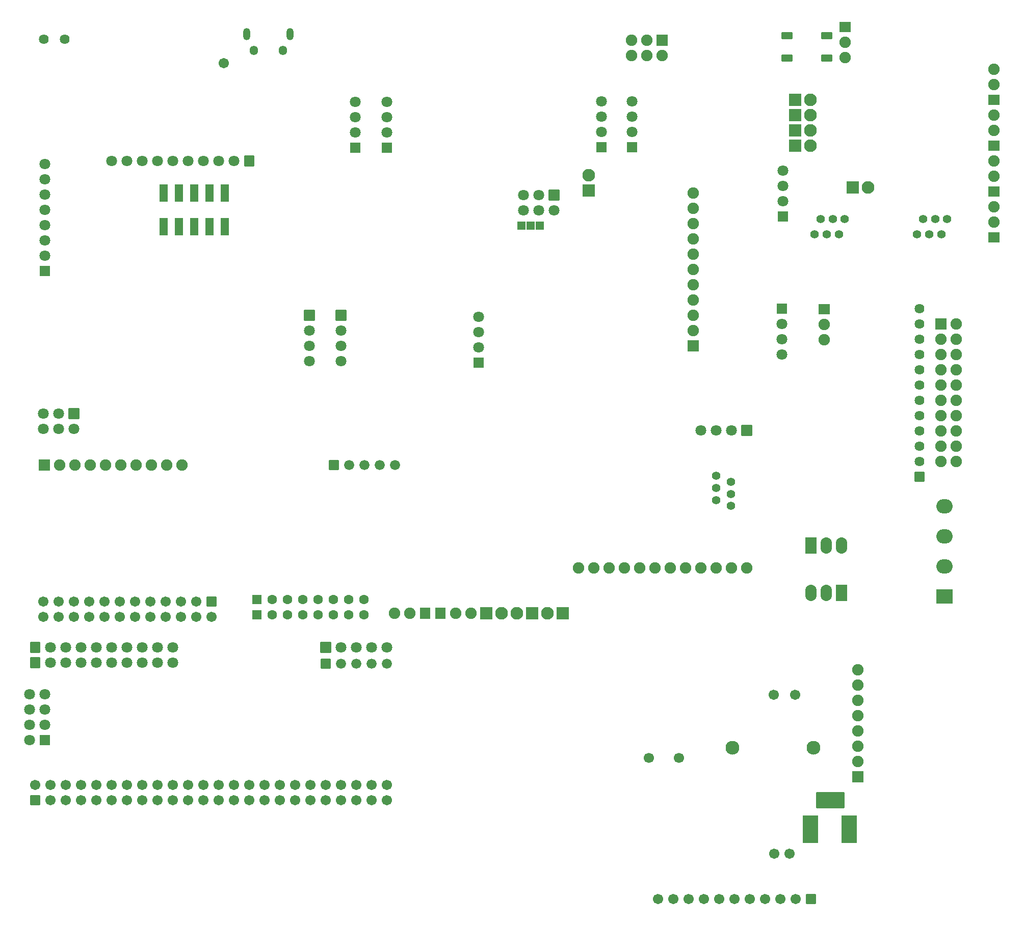
<source format=gbs>
G04 Layer: BottomSolderMaskLayer*
G04 EasyEDA v6.5.42, 2024-02-23 22:21:14*
G04 3aace9d48a714ce2aeec92cc817ea311,70a670f4ca684169977cf979d80dc4ec,10*
G04 Gerber Generator version 0.2*
G04 Scale: 100 percent, Rotated: No, Reflected: No *
G04 Dimensions in millimeters *
G04 leading zeros omitted , absolute positions ,4 integer and 5 decimal *
%FSLAX45Y45*%
%MOMM*%

%AMMACRO1*1,1,$1,$2,$3*1,1,$1,$4,$5*1,1,$1,0-$2,0-$3*1,1,$1,0-$4,0-$5*20,1,$1,$2,$3,$4,$5,0*20,1,$1,$4,$5,0-$2,0-$3,0*20,1,$1,0-$2,0-$3,0-$4,0-$5,0*20,1,$1,0-$4,0-$5,$2,$3,0*4,1,4,$2,$3,$4,$5,0-$2,0-$3,0-$4,0-$5,$2,$3,0*%
%ADD10MACRO1,0.1016X0.85X0.5X-0.85X0.5*%
%ADD11MACRO1,0.2032X0.6X-0.6X0.6X0.6*%
%ADD12MACRO1,0.1016X-0.85X-0.85X0.85X-0.85*%
%ADD13C,1.8016*%
%ADD14MACRO1,0.1016X-0.7874X-0.85X0.7874X-0.85*%
%ADD15R,1.8016X1.8016*%
%ADD16MACRO1,0.1016X0.8X0.8X-0.8X0.8*%
%ADD17C,1.7016*%
%ADD18C,1.6256*%
%ADD19MACRO1,0.1016X0.762X-0.762X0.762X0.762*%
%ADD20MACRO1,0.1016X0.635X1.4X-0.635X1.4*%
%ADD21R,2.1016X2.1016*%
%ADD22C,2.1016*%
%ADD23C,1.4016*%
%ADD24MACRO1,0.1016X-1X1X1X1*%
%ADD25C,1.9016*%
%ADD26R,1.9016X1.6764*%
%ADD27MACRO1,0.1016X0.9X0.7874X0.9X-0.7874*%
%ADD28MACRO1,0.1016X0.9X-0.9X-0.9X-0.9*%
%ADD29MACRO1,0.1016X0.7874X-0.85X-0.7874X-0.85*%
%ADD30MACRO1,0.1016X-0.9X0.9X0.9X0.9*%
%ADD31MACRO1,0.1016X-0.7874X0.85X0.7874X0.85*%
%ADD32C,1.7032*%
%ADD33MACRO1,0.1016X0.85X-0.85X-0.85X-0.85*%
%ADD34MACRO1,0.1016X0.9X0.9X0.9X-0.9*%
%ADD35R,2.7032X2.4032*%
%ADD36O,2.703195X2.4031956000000005*%
%ADD37R,1.9016X1.9016*%
%ADD38R,1.8016X1.6764*%
%ADD39MACRO1,0.1016X0.8X-0.8X-0.8X-0.8*%
%ADD40O,1.2015978000000003X2.0015962000000003*%
%ADD41O,1.3516102X1.5516098000000003*%
%ADD42C,1.7000*%
%ADD43C,2.3000*%
%ADD44MACRO1,0.1016X0.8499X-0.8499X-0.8499X-0.8499*%
%ADD45MACRO1,0.1016X0.85X0.85X0.85X-0.85*%
%ADD46MACRO1,0.1016X-0.75X0.75X0.75X0.75*%
%ADD47C,1.6016*%
%ADD48MACRO1,0.1016X-0.7874X0.9X0.7874X0.9*%
%ADD49MACRO1,0.1016X0.7874X-0.9X-0.7874X-0.9*%
%ADD50MACRO1,0.1016X1X-1X-1X-1*%
%ADD51O,1.9015964X2.7015948*%
%ADD52MACRO1,0.1016X-0.9X1.3X0.9X1.3*%
%ADD53MACRO1,0.1016X0.9X-1.3X-0.9X-1.3*%
%ADD54R,2.6416X4.6736*%
%ADD55MACRO1,0.1016X2.286X-1.27X-2.286X-1.27*%
%ADD56MACRO1,0.1016X-0.8X0.8X0.8X0.8*%
%ADD57C,1.6764*%
%ADD58MACRO1,0.1016X-0.7874X0.7874X0.7874X0.7874*%
%ADD59C,0.0165*%

%LPD*%
D10*
G01*
X9537499Y4998316D03*
G01*
X8877500Y4998321D03*
G01*
X9537499Y4628278D03*
G01*
X8877500Y4628281D03*
D11*
G01*
X4775327Y1841398D03*
G01*
X4622927Y1841398D03*
G01*
X4470527Y1841398D03*
D12*
G01*
X1216512Y-5168887D03*
D13*
G01*
X1470507Y-5168900D03*
G01*
X1724507Y-5168900D03*
G01*
X1978507Y-5168900D03*
G01*
X2232507Y-5168900D03*
G01*
X-1323492Y-5167299D03*
G01*
X-1577492Y-5167299D03*
G01*
X-1831492Y-5167299D03*
G01*
X-2085492Y-5167299D03*
G01*
X-2339492Y-5167299D03*
G01*
X-2593492Y-5167299D03*
G01*
X-2847492Y-5167299D03*
G01*
X-3101492Y-5167299D03*
G01*
X-3355492Y-5167299D03*
D14*
G01*
X-3609502Y-5167304D03*
D15*
G01*
X8798407Y467055D03*
D13*
G01*
X8798407Y213055D03*
G01*
X8798407Y-40944D03*
G01*
X8798407Y-294944D03*
D16*
G01*
X9280997Y-9345604D03*
D17*
G01*
X9027007Y-9345599D03*
G01*
X8773007Y-9345599D03*
G01*
X8519007Y-9345599D03*
G01*
X8265007Y-9345599D03*
G01*
X8011007Y-9345599D03*
G01*
X7757007Y-9345599D03*
G01*
X7503007Y-9345599D03*
G01*
X7249007Y-9345599D03*
G01*
X6995007Y-9345599D03*
G01*
X6741007Y-9345599D03*
D18*
G01*
X11084407Y467055D03*
G01*
X11084407Y213055D03*
G01*
X11084407Y-40944D03*
G01*
X11084407Y-294944D03*
G01*
X11084407Y-548944D03*
G01*
X11084407Y-802944D03*
G01*
X11084407Y-1056944D03*
G01*
X11084407Y-1310944D03*
G01*
X11084407Y-1564944D03*
G01*
X11084407Y-1818944D03*
G01*
X11084407Y-2072944D03*
D19*
G01*
X11084397Y-2326949D03*
D20*
G01*
X-1473200Y2388184D03*
G01*
X-1473200Y1828190D03*
G01*
X-1219200Y2388184D03*
G01*
X-1219200Y1828190D03*
G01*
X-965200Y2388184D03*
G01*
X-965200Y1828190D03*
G01*
X-711200Y2388184D03*
G01*
X-711200Y1828190D03*
G01*
X-457200Y2388184D03*
G01*
X-457200Y1828190D03*
D21*
G01*
X5588000Y2425700D03*
D22*
G01*
X5588000Y2679700D03*
D23*
G01*
X7948295Y-2815335D03*
G01*
X7698105Y-2715513D03*
G01*
X7948295Y-2415539D03*
G01*
X7698105Y-2515361D03*
G01*
X7948295Y-2615437D03*
G01*
X7698105Y-2315463D03*
D24*
G01*
X9017000Y3175000D03*
D22*
G01*
X9271000Y3175000D03*
D25*
G01*
X12319000Y2159000D03*
G01*
X12319000Y1905000D03*
D26*
G01*
X12319000Y1651000D03*
D25*
G01*
X12319000Y2921000D03*
G01*
X12319000Y2667000D03*
D26*
G01*
X12319000Y2413000D03*
D24*
G01*
X9017000Y3429000D03*
D22*
G01*
X9271000Y3429000D03*
D25*
G01*
X12319000Y3683000D03*
G01*
X12319000Y3429000D03*
D26*
G01*
X12319000Y3175000D03*
D24*
G01*
X9017000Y3683000D03*
D22*
G01*
X9271000Y3683000D03*
D25*
G01*
X12319000Y4445000D03*
G01*
X12319000Y4191000D03*
D26*
G01*
X12319000Y3937000D03*
D24*
G01*
X9017000Y3937000D03*
D22*
G01*
X9271000Y3937000D03*
D15*
G01*
X8813800Y1993900D03*
D13*
G01*
X8813800Y2247900D03*
G01*
X8813800Y2501900D03*
G01*
X8813800Y2755900D03*
D24*
G01*
X9969500Y2476500D03*
D22*
G01*
X10223500Y2476500D03*
D25*
G01*
X9842500Y4635500D03*
G01*
X9842500Y4889500D03*
D27*
G01*
X9842500Y5143500D03*
D23*
G01*
X9338564Y1703705D03*
G01*
X9438386Y1953895D03*
G01*
X9738360Y1703705D03*
G01*
X9638538Y1953895D03*
G01*
X9538462Y1703705D03*
G01*
X9838436Y1953895D03*
G01*
X11040364Y1703705D03*
G01*
X11140186Y1953895D03*
G01*
X11440160Y1703705D03*
G01*
X11340338Y1953895D03*
G01*
X11240262Y1703705D03*
G01*
X11540236Y1953895D03*
D25*
G01*
X6296533Y4675276D03*
G01*
X6296533Y4929276D03*
G01*
X6550533Y4675276D03*
G01*
X6550533Y4929276D03*
G01*
X6804533Y4675276D03*
D28*
G01*
X6804533Y4929276D03*
D29*
G01*
X-53512Y2922595D03*
D13*
G01*
X-307492Y2922600D03*
G01*
X-561492Y2922600D03*
G01*
X-815492Y2922600D03*
G01*
X-1069492Y2922600D03*
G01*
X-1323492Y2922600D03*
G01*
X-1577492Y2922600D03*
G01*
X-1831492Y2922600D03*
G01*
X-2085492Y2922600D03*
G01*
X-2339492Y2922600D03*
D30*
G01*
X-3457102Y-2132004D03*
D25*
G01*
X-3203092Y-2131999D03*
G01*
X-2949092Y-2131999D03*
G01*
X-2695092Y-2131999D03*
G01*
X-2441092Y-2131999D03*
G01*
X-2187092Y-2131999D03*
G01*
X-1933092Y-2131999D03*
G01*
X-1679092Y-2131999D03*
G01*
X-1425092Y-2131999D03*
G01*
X-1171092Y-2131999D03*
D13*
G01*
X-1323492Y-5421299D03*
G01*
X-1577492Y-5421299D03*
G01*
X-1831492Y-5421299D03*
G01*
X-2085492Y-5421299D03*
G01*
X-2339492Y-5421299D03*
G01*
X-2593492Y-5421299D03*
G01*
X-2847492Y-5421299D03*
G01*
X-3101492Y-5421299D03*
G01*
X-3355492Y-5421299D03*
D31*
G01*
X-3609502Y-5421304D03*
D32*
G01*
X-472592Y4548200D03*
D33*
G01*
X8214197Y-1560504D03*
D13*
G01*
X7960207Y-1560499D03*
G01*
X7706207Y-1560499D03*
G01*
X7452207Y-1560499D03*
D25*
G01*
X5420207Y-3846499D03*
G01*
X5674207Y-3846499D03*
G01*
X5928207Y-3846499D03*
G01*
X6182207Y-3846499D03*
G01*
X6436207Y-3846499D03*
G01*
X6690207Y-3846499D03*
G01*
X6944207Y-3846499D03*
G01*
X7198207Y-3846499D03*
G01*
X7452207Y-3846499D03*
G01*
X7706207Y-3846499D03*
G01*
X7960207Y-3846499D03*
G01*
X8214207Y-3846499D03*
G01*
X11694007Y-2072944D03*
G01*
X11440007Y-2072944D03*
G01*
X11694007Y-1818944D03*
G01*
X11440007Y-1818944D03*
G01*
X11694007Y-1564944D03*
G01*
X11440007Y-1564944D03*
G01*
X11694007Y-1310944D03*
G01*
X11440007Y-1310944D03*
G01*
X11694007Y-1056944D03*
G01*
X11440007Y-1056944D03*
G01*
X11694007Y-802944D03*
G01*
X11440007Y-802944D03*
G01*
X11694007Y-548944D03*
G01*
X11440007Y-548944D03*
G01*
X11694007Y-294944D03*
G01*
X11440007Y-294944D03*
G01*
X11694007Y-40944D03*
G01*
X11440007Y-40944D03*
G01*
X11694007Y213055D03*
D34*
G01*
X11439997Y213050D03*
D35*
G01*
X11493500Y-4322698D03*
D36*
G01*
X11493500Y-3822700D03*
G01*
X11493500Y-3322701D03*
G01*
X11493500Y-2822701D03*
D25*
G01*
X9496907Y-53644D03*
G01*
X9496907Y200355D03*
D27*
G01*
X9496897Y454350D03*
D37*
G01*
X10055707Y-7313599D03*
D25*
G01*
X10055707Y-7059599D03*
G01*
X10055707Y-6805599D03*
G01*
X10055707Y-6551599D03*
G01*
X10055707Y-6297599D03*
G01*
X10055707Y-6043599D03*
G01*
X10055707Y-5789599D03*
G01*
X10055707Y-5535599D03*
D37*
G01*
X7325207Y-150799D03*
D25*
G01*
X7325207Y103200D03*
G01*
X7325207Y357200D03*
G01*
X7325207Y611200D03*
G01*
X7325207Y865200D03*
G01*
X7325207Y1119200D03*
G01*
X7325207Y1373200D03*
G01*
X7325207Y1627200D03*
G01*
X7325207Y1881200D03*
G01*
X7325207Y2135200D03*
G01*
X7325207Y2389200D03*
D17*
G01*
X8671407Y-8596299D03*
G01*
X8925407Y-8596299D03*
D13*
G01*
X-3444366Y2871876D03*
G01*
X-3444366Y2617876D03*
G01*
X-3444366Y2363876D03*
G01*
X-3444366Y2109876D03*
G01*
X-3444366Y1855876D03*
G01*
X-3444366Y1601876D03*
G01*
X-3444366Y1347876D03*
D38*
G01*
X-3444366Y1093876D03*
D39*
G01*
X-675779Y-4406887D03*
D17*
G01*
X-675766Y-4660900D03*
G01*
X-929766Y-4406900D03*
G01*
X-929766Y-4660900D03*
G01*
X-1183766Y-4406900D03*
G01*
X-1183766Y-4660900D03*
G01*
X-1437766Y-4406900D03*
G01*
X-1437766Y-4660900D03*
G01*
X-1691766Y-4406900D03*
G01*
X-1691766Y-4660900D03*
G01*
X-1945766Y-4406900D03*
G01*
X-1945766Y-4660900D03*
G01*
X-2199766Y-4406900D03*
G01*
X-2199766Y-4660900D03*
G01*
X-2453766Y-4406900D03*
G01*
X-2453766Y-4660900D03*
G01*
X-2707766Y-4406900D03*
G01*
X-2707766Y-4660900D03*
G01*
X-2961766Y-4406900D03*
G01*
X-2961766Y-4660900D03*
G01*
X-3215766Y-4406900D03*
G01*
X-3215766Y-4660900D03*
G01*
X-3469766Y-4406900D03*
G01*
X-3469766Y-4660900D03*
D40*
G01*
X-93497Y5027599D03*
G01*
X621512Y5027599D03*
D41*
G01*
X506501Y4754600D03*
G01*
X21513Y4754600D03*
D17*
G01*
X8661501Y-5954699D03*
G01*
X9011513Y-5954699D03*
D42*
G01*
X7087336Y-7000875D03*
G01*
X6587337Y-7000875D03*
D43*
G01*
X9321012Y-6830999D03*
G01*
X7971002Y-6830999D03*
D15*
G01*
X2232507Y3138500D03*
D13*
G01*
X2232507Y3392500D03*
G01*
X2232507Y3646500D03*
G01*
X2232507Y3900500D03*
D15*
G01*
X1711807Y3138500D03*
D13*
G01*
X1711807Y3392500D03*
G01*
X1711807Y3646500D03*
G01*
X1711807Y3900500D03*
D15*
G01*
X5801207Y3151200D03*
D13*
G01*
X5801207Y3405200D03*
G01*
X5801207Y3659200D03*
G01*
X5801207Y3913200D03*
D15*
G01*
X6309207Y3151200D03*
D13*
G01*
X6309207Y3405200D03*
G01*
X6309207Y3659200D03*
G01*
X6309207Y3913200D03*
D44*
G01*
X-2961779Y-1281094D03*
D13*
G01*
X-2961792Y-1535099D03*
G01*
X-3215792Y-1281099D03*
G01*
X-3215792Y-1535099D03*
G01*
X-3469792Y-1281099D03*
G01*
X-3469792Y-1535099D03*
D44*
G01*
X5013805Y2351097D03*
D13*
G01*
X5013807Y2097100D03*
G01*
X4759807Y2351100D03*
G01*
X4759807Y2097100D03*
G01*
X4505807Y2351100D03*
G01*
X4505807Y2097100D03*
D45*
G01*
X949812Y357202D03*
D13*
G01*
X949807Y103200D03*
G01*
X949807Y-150799D03*
G01*
X949807Y-404799D03*
D45*
G01*
X1470512Y357202D03*
D13*
G01*
X1470507Y103200D03*
G01*
X1470507Y-150799D03*
G01*
X1470507Y-404799D03*
D46*
G01*
X73498Y-4621204D03*
D47*
G01*
X327482Y-4621225D03*
G01*
X581482Y-4621225D03*
G01*
X835482Y-4621225D03*
G01*
X1089482Y-4621225D03*
G01*
X1343482Y-4621225D03*
G01*
X1597482Y-4621225D03*
G01*
X1851482Y-4621225D03*
D46*
G01*
X73498Y-4367204D03*
D47*
G01*
X327482Y-4367225D03*
G01*
X581482Y-4367225D03*
G01*
X835482Y-4367225D03*
G01*
X1089482Y-4367225D03*
G01*
X1343482Y-4367225D03*
G01*
X1597482Y-4367225D03*
G01*
X1851482Y-4367225D03*
D24*
G01*
X3883507Y-4595789D03*
D22*
G01*
X4137507Y-4595799D03*
D25*
G01*
X3629507Y-4595799D03*
G01*
X3375507Y-4595799D03*
D48*
G01*
X3121507Y-4595789D03*
D25*
G01*
X2359507Y-4595799D03*
G01*
X2613507Y-4595799D03*
D49*
G01*
X2867510Y-4595789D03*
D15*
G01*
X3756507Y-430199D03*
D13*
G01*
X3756507Y-176199D03*
G01*
X3756507Y77800D03*
G01*
X3756507Y331800D03*
D50*
G01*
X4645505Y-4595789D03*
D22*
G01*
X4391507Y-4595799D03*
D50*
G01*
X5153505Y-4595789D03*
D22*
G01*
X4899507Y-4595799D03*
D15*
G01*
X-3444366Y-6705574D03*
D13*
G01*
X-3698366Y-6705574D03*
G01*
X-3444366Y-6451574D03*
G01*
X-3698366Y-6451574D03*
G01*
X-3444366Y-6197574D03*
G01*
X-3698366Y-6197574D03*
G01*
X-3444366Y-5943574D03*
G01*
X-3698366Y-5943574D03*
D51*
G01*
X9535007Y-3469462D03*
G01*
X9789033Y-3470452D03*
D52*
G01*
X9281010Y-3469454D03*
D51*
G01*
X9535007Y-4257852D03*
G01*
X9280982Y-4256862D03*
D53*
G01*
X9789010Y-4257845D03*
D18*
G01*
X-3121964Y4941874D03*
G01*
X-3461969Y4941874D03*
D54*
G01*
X9913620Y-8186419D03*
G01*
X9271000Y-8186419D03*
D55*
G01*
X9596120Y-7705089D03*
D17*
G01*
X-2593492Y-7454874D03*
G01*
X-2593492Y-7708874D03*
G01*
X-2847492Y-7454874D03*
G01*
X-2847492Y-7708874D03*
G01*
X-3101492Y-7454874D03*
G01*
X-3101492Y-7708874D03*
G01*
X-3355492Y-7454874D03*
G01*
X-3355492Y-7708874D03*
G01*
X-3609492Y-7454874D03*
D56*
G01*
X-3609482Y-7708882D03*
D17*
G01*
X-2339492Y-7708874D03*
G01*
X-2339492Y-7454874D03*
G01*
X-2085492Y-7708874D03*
G01*
X-2085492Y-7454874D03*
G01*
X-1831492Y-7708874D03*
G01*
X-1831492Y-7454874D03*
G01*
X-1577492Y-7708874D03*
G01*
X-1577492Y-7454874D03*
G01*
X-1323492Y-7708874D03*
G01*
X-1323492Y-7454874D03*
G01*
X-1069492Y-7708874D03*
G01*
X-1069492Y-7454874D03*
G01*
X-815492Y-7708874D03*
G01*
X-815492Y-7454874D03*
G01*
X-561492Y-7708874D03*
G01*
X-561492Y-7454874D03*
G01*
X-307492Y-7708874D03*
G01*
X-307492Y-7454874D03*
G01*
X-53492Y-7708874D03*
G01*
X-53492Y-7454874D03*
G01*
X200507Y-7708874D03*
G01*
X200507Y-7454874D03*
G01*
X454507Y-7708874D03*
G01*
X454507Y-7454874D03*
G01*
X708507Y-7708874D03*
G01*
X708507Y-7454874D03*
G01*
X962507Y-7708874D03*
G01*
X962507Y-7454874D03*
G01*
X1216507Y-7708874D03*
G01*
X1216507Y-7454874D03*
G01*
X1470507Y-7708874D03*
G01*
X1470507Y-7454874D03*
G01*
X1724507Y-7708874D03*
G01*
X1724507Y-7454874D03*
G01*
X1978507Y-7708874D03*
G01*
X1978507Y-7454874D03*
G01*
X2232507Y-7708874D03*
G01*
X2232507Y-7454874D03*
D57*
G01*
X2372207Y-2133600D03*
G01*
X2118207Y-2133600D03*
G01*
X1864207Y-2133600D03*
G01*
X1610207Y-2133600D03*
D58*
G01*
X1356210Y-2133592D03*
D57*
G01*
X2232533Y-5435701D03*
G01*
X1978533Y-5435701D03*
G01*
X1724533Y-5435701D03*
G01*
X1470533Y-5435701D03*
D58*
G01*
X1216533Y-5435701D03*
M02*

</source>
